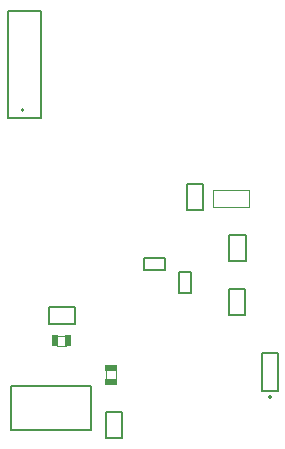
<source format=gbr>
%TF.GenerationSoftware,Altium Limited,Altium Designer,20.0.13 (296)*%
G04 Layer_Color=16711935*
%FSLAX45Y45*%
%MOMM*%
%TF.FileFunction,Other,Mechanical_13*%
%TF.Part,Single*%
G01*
G75*
%TA.AperFunction,NonConductor*%
%ADD44C,0.20000*%
%ADD46C,0.12700*%
%ADD59C,0.10160*%
%ADD60C,0.10000*%
G36*
X9021290Y6709387D02*
X8971239D01*
Y6804410D01*
X9021290D01*
Y6709387D01*
D02*
G37*
G36*
X9138130Y6709313D02*
X9088188D01*
Y6804410D01*
X9138130D01*
Y6709313D01*
D02*
G37*
G36*
X9521213Y6430490D02*
Y6380439D01*
X9426190D01*
Y6430490D01*
X9521213D01*
D02*
G37*
G36*
X9521287Y6547330D02*
Y6497388D01*
X9426190D01*
Y6547330D01*
X9521287D01*
D02*
G37*
D44*
X8734900Y8712200D02*
G03*
X8734900Y8712200I-10000J0D01*
G01*
X10830400Y6279700D02*
G03*
X10830400Y6279700I-10000J0D01*
G01*
D46*
X8597900Y8644001D02*
X8877300D01*
Y9550400D01*
X8597900D02*
X8877300D01*
X8597900Y8644001D02*
Y9550400D01*
X9429598Y5937199D02*
X9569602D01*
X9429598Y6153201D02*
X9569602D01*
Y5937199D02*
Y6153201D01*
X9429598Y5937199D02*
Y6153201D01*
X9932502Y7354098D02*
Y7454097D01*
X9752498Y7354098D02*
Y7454097D01*
X9932502D01*
X9752498Y7354098D02*
X9932502D01*
X10049921Y7342007D02*
X10149921D01*
X10049921Y7162002D02*
X10149921D01*
X10049921D02*
Y7342007D01*
X10149921Y7162002D02*
Y7342007D01*
X10469001Y7653802D02*
X10612999D01*
X10469001Y7433798D02*
X10612999D01*
Y7653802D01*
X10469001Y7433798D02*
Y7653802D01*
X10470998Y6978599D02*
X10611002D01*
X10470998Y7194601D02*
X10611002D01*
Y6978599D02*
Y7194601D01*
X10470998Y6978599D02*
Y7194601D01*
X9165097Y6900301D02*
Y7044299D01*
X8945098Y6900301D02*
Y7044299D01*
Y6900301D02*
X9165097D01*
X8945098Y7044299D02*
X9165097D01*
X8630199Y6370899D02*
X9302201D01*
X8630199Y5998901D02*
Y6370899D01*
Y5998901D02*
X9302201D01*
Y6370899D01*
X10755401Y6329700D02*
X10885399D01*
Y6649700D01*
X10755401D02*
X10885399D01*
X10755401Y6329700D02*
Y6649700D01*
X10115398Y7867604D02*
X10255402D01*
X10115398Y8083601D02*
X10255402D01*
Y7867604D02*
Y8083601D01*
X10115398Y7867604D02*
Y8083601D01*
D59*
X9019499Y6799600D02*
X9090701D01*
X9019499Y6714500D02*
X9090701D01*
X9431000Y6428699D02*
Y6499901D01*
X9516100Y6428699D02*
Y6499901D01*
D60*
X10340198Y8031099D02*
X10640202D01*
X10340198Y7891099D02*
X10640202D01*
Y8031099D01*
X10340198Y7891099D02*
Y8031099D01*
%TF.MD5,ab9f480dc5220cbbe501e12089a3587c*%
M02*

</source>
